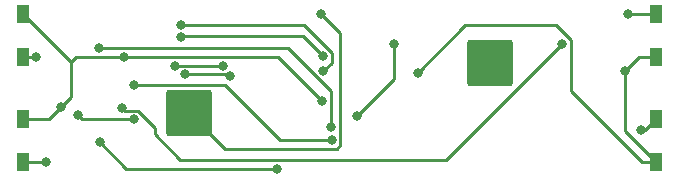
<source format=gbr>
%TF.GenerationSoftware,KiCad,Pcbnew,7.0.1*%
%TF.CreationDate,2023-05-18T02:12:41+09:00*%
%TF.ProjectId,dcc-adapter-board-kato-1.310-21mtc,6463632d-6164-4617-9074-65722d626f61,rev?*%
%TF.SameCoordinates,Original*%
%TF.FileFunction,Copper,L2,Bot*%
%TF.FilePolarity,Positive*%
%FSLAX46Y46*%
G04 Gerber Fmt 4.6, Leading zero omitted, Abs format (unit mm)*
G04 Created by KiCad (PCBNEW 7.0.1) date 2023-05-18 02:12:41*
%MOMM*%
%LPD*%
G01*
G04 APERTURE LIST*
G04 Aperture macros list*
%AMRoundRect*
0 Rectangle with rounded corners*
0 $1 Rounding radius*
0 $2 $3 $4 $5 $6 $7 $8 $9 X,Y pos of 4 corners*
0 Add a 4 corners polygon primitive as box body*
4,1,4,$2,$3,$4,$5,$6,$7,$8,$9,$2,$3,0*
0 Add four circle primitives for the rounded corners*
1,1,$1+$1,$2,$3*
1,1,$1+$1,$4,$5*
1,1,$1+$1,$6,$7*
1,1,$1+$1,$8,$9*
0 Add four rect primitives between the rounded corners*
20,1,$1+$1,$2,$3,$4,$5,0*
20,1,$1+$1,$4,$5,$6,$7,0*
20,1,$1+$1,$6,$7,$8,$9,0*
20,1,$1+$1,$8,$9,$2,$3,0*%
G04 Aperture macros list end*
%TA.AperFunction,ComponentPad*%
%ADD10RoundRect,0.250002X-1.699998X-1.699998X1.699998X-1.699998X1.699998X1.699998X-1.699998X1.699998X0*%
%TD*%
%TA.AperFunction,SMDPad,CuDef*%
%ADD11RoundRect,0.203704X-0.346296X0.596296X-0.346296X-0.596296X0.346296X-0.596296X0.346296X0.596296X0*%
%TD*%
%TA.AperFunction,SMDPad,CuDef*%
%ADD12RoundRect,0.203704X0.346296X-0.596296X0.346296X0.596296X-0.346296X0.596296X-0.346296X-0.596296X0*%
%TD*%
%TA.AperFunction,ViaPad*%
%ADD13C,0.800000*%
%TD*%
%TA.AperFunction,Conductor*%
%ADD14C,0.250000*%
%TD*%
G04 APERTURE END LIST*
D10*
%TO.P,Rail_{Right}1,1,Pin_1*%
%TO.N,Net-(21MTC1-Rail_Right)*%
X80500000Y-35500000D03*
%TD*%
%TO.P,Rail_{Left}1,1,Pin_1*%
%TO.N,Net-(21MTC1-Rail_Left)*%
X106000000Y-31300000D03*
%TD*%
D11*
%TO.P,LED_{Rear_Left}1,1,K*%
%TO.N,Net-(LED_{Rear_Left}1-K)*%
X66430000Y-30800000D03*
%TO.P,LED_{Rear_Left}1,2,A*%
%TO.N,+12V*%
X66430000Y-27100000D03*
%TD*%
D12*
%TO.P,LED_{Front_Left}1,1,K*%
%TO.N,Net-(LED_{Front_Left}1-K)*%
X120070000Y-27100000D03*
%TO.P,LED_{Front_Left}1,2,A*%
%TO.N,+12V*%
X120070000Y-30800000D03*
%TD*%
%TO.P,LED_{Front_Right}1,1,K*%
%TO.N,Net-(LED_{Front_Right}1-K)*%
X120070000Y-36000000D03*
%TO.P,LED_{Front_Right}1,2,A*%
%TO.N,+12V*%
X120070000Y-39700000D03*
%TD*%
D11*
%TO.P,LED_{Rear_Right}1,1,K*%
%TO.N,Net-(LED_{Rear_Right}1-K)*%
X66430000Y-39700000D03*
%TO.P,LED_{Rear_Right}1,2,A*%
%TO.N,+12V*%
X66430000Y-36000000D03*
%TD*%
D13*
%TO.N,Net-(21MTC1-Aux_4)*%
X83400000Y-31524500D03*
X79300000Y-31524500D03*
%TO.N,GND*%
X72962500Y-37987500D03*
X87925789Y-40262105D03*
%TO.N,Net-(21MTC1-Rearlight)*%
X83962498Y-32350694D03*
X80214636Y-32249000D03*
X75866926Y-36066924D03*
X71100000Y-35700000D03*
%TO.N,+12V*%
X91800000Y-34544000D03*
X75025000Y-30800000D03*
X69700000Y-35000000D03*
X99900000Y-32100000D03*
X117400000Y-32000000D03*
%TO.N,Net-(21MTC1-Aux_3)*%
X92600000Y-37800000D03*
X75875000Y-33140835D03*
%TO.N,Net-(21MTC1-Aux_2)*%
X72925500Y-30000000D03*
X92500000Y-36700000D03*
%TO.N,Net-(21MTC1-Aux_1)*%
X94700000Y-35800000D03*
X97850000Y-29650000D03*
%TO.N,Net-(21MTC1-Motor_2)*%
X91900000Y-32000000D03*
X79875000Y-28100000D03*
%TO.N,Net-(21MTC1-Motor_1)*%
X79875000Y-29099503D03*
X91866000Y-30734000D03*
%TO.N,Net-(21MTC1-Rail_Right)*%
X91700000Y-27100000D03*
%TO.N,Net-(LED_{Front_Left}1-K)*%
X117700000Y-27100000D03*
%TO.N,Net-(LED_{Front_Right}1-K)*%
X118800000Y-36975000D03*
%TO.N,Net-(LED_{Rear_Left}1-K)*%
X67568623Y-30771963D03*
%TO.N,Net-(LED_{Rear_Right}1-K)*%
X68400000Y-39700000D03*
%TO.N,Net-(Q1-D)*%
X74799500Y-35085153D03*
X112100000Y-29700000D03*
%TD*%
D14*
%TO.N,Net-(21MTC1-Aux_4)*%
X83400000Y-31524500D02*
X79300000Y-31524500D01*
%TO.N,GND*%
X72962500Y-37987500D02*
X75200000Y-40225000D01*
X75200000Y-40225000D02*
X87888684Y-40225000D01*
X87888684Y-40225000D02*
X87925789Y-40262105D01*
%TO.N,Net-(21MTC1-Rearlight)*%
X75866926Y-36066924D02*
X71466924Y-36066924D01*
X83962498Y-32350694D02*
X83860804Y-32249000D01*
X71466924Y-36066924D02*
X71100000Y-35700000D01*
X83860804Y-32249000D02*
X80214636Y-32249000D01*
%TO.N,+12V*%
X70530000Y-31200000D02*
X66430000Y-27100000D01*
X70530000Y-34170000D02*
X69700000Y-35000000D01*
X112825000Y-29325000D02*
X112825000Y-33650305D01*
X120070000Y-30800000D02*
X118600000Y-30800000D01*
X118874695Y-39700000D02*
X120070000Y-39700000D01*
X75025000Y-30800000D02*
X88056000Y-30800000D01*
X111600000Y-28100000D02*
X112825000Y-29325000D01*
X118600000Y-30800000D02*
X117400000Y-32000000D01*
X112825000Y-33650305D02*
X118874695Y-39700000D01*
X70930000Y-30800000D02*
X73200000Y-30800000D01*
X99900000Y-32100000D02*
X103900000Y-28100000D01*
X66430000Y-36000000D02*
X68700000Y-36000000D01*
X117400000Y-37030000D02*
X120070000Y-39700000D01*
X68700000Y-36000000D02*
X69700000Y-35000000D01*
X117400000Y-33470000D02*
X117400000Y-37030000D01*
X88056000Y-30800000D02*
X91800000Y-34544000D01*
X70530000Y-31200000D02*
X70530000Y-34170000D01*
X103900000Y-28100000D02*
X111600000Y-28100000D01*
X117400000Y-33470000D02*
X117400000Y-32000000D01*
X70530000Y-31200000D02*
X70930000Y-30800000D01*
X73200000Y-30800000D02*
X75025000Y-30800000D01*
%TO.N,Net-(21MTC1-Aux_3)*%
X88214807Y-37800000D02*
X92600000Y-37800000D01*
X83555642Y-33140835D02*
X88214807Y-37800000D01*
X75875000Y-33140835D02*
X83555642Y-33140835D01*
%TO.N,Net-(21MTC1-Aux_2)*%
X72925500Y-30000000D02*
X88874695Y-30000000D01*
X88874695Y-30000000D02*
X92525000Y-33650305D01*
X92525000Y-36675000D02*
X92500000Y-36700000D01*
X92525000Y-33650305D02*
X92525000Y-36675000D01*
%TO.N,Net-(21MTC1-Aux_1)*%
X97850000Y-29650000D02*
X97850000Y-32650000D01*
X97850000Y-32650000D02*
X94700000Y-35800000D01*
%TO.N,Net-(21MTC1-Motor_2)*%
X92591000Y-31309000D02*
X91900000Y-32000000D01*
X90257305Y-28100000D02*
X92591000Y-30433695D01*
X79875000Y-28100000D02*
X90257305Y-28100000D01*
X92591000Y-30433695D02*
X92591000Y-31309000D01*
%TO.N,Net-(21MTC1-Motor_1)*%
X79875000Y-29099503D02*
X79974503Y-29000000D01*
X90132000Y-29000000D02*
X91866000Y-30734000D01*
X79974503Y-29000000D02*
X90132000Y-29000000D01*
%TO.N,Net-(21MTC1-Rail_Right)*%
X93325000Y-28725000D02*
X91700000Y-27100000D01*
X93025000Y-38525000D02*
X93325000Y-38225000D01*
X93325000Y-38225000D02*
X93325000Y-28725000D01*
X93025000Y-38525000D02*
X83525000Y-38525000D01*
X83525000Y-38525000D02*
X80500000Y-35500000D01*
%TO.N,Net-(LED_{Front_Left}1-K)*%
X117700000Y-27100000D02*
X120070000Y-27100000D01*
%TO.N,Net-(LED_{Front_Right}1-K)*%
X118800000Y-36975000D02*
X119095000Y-36975000D01*
X119095000Y-36975000D02*
X120070000Y-36000000D01*
%TO.N,Net-(LED_{Rear_Left}1-K)*%
X67568623Y-30771963D02*
X66458037Y-30771963D01*
X66458037Y-30771963D02*
X66430000Y-30800000D01*
%TO.N,Net-(LED_{Rear_Right}1-K)*%
X68400000Y-39700000D02*
X66430000Y-39700000D01*
%TO.N,Net-(Q1-D)*%
X76167231Y-35341924D02*
X77600000Y-36774693D01*
X75056271Y-35341924D02*
X76167231Y-35341924D01*
X77600000Y-37313172D02*
X79786828Y-39500000D01*
X74799500Y-35085153D02*
X75056271Y-35341924D01*
X102300000Y-39500000D02*
X112100000Y-29700000D01*
X79786828Y-39500000D02*
X102300000Y-39500000D01*
X77600000Y-36774693D02*
X77600000Y-37313172D01*
%TD*%
M02*

</source>
